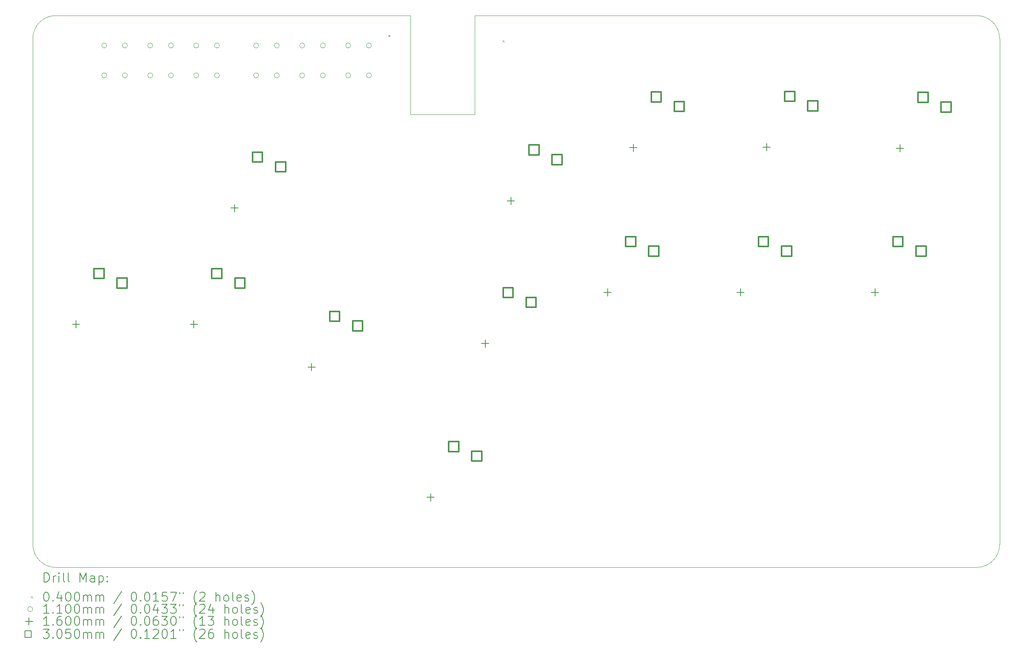
<source format=gbr>
%TF.GenerationSoftware,KiCad,Pcbnew,7.0.1*%
%TF.CreationDate,2023-09-07T11:56:12+03:00*%
%TF.ProjectId,Flatbox-Dual,466c6174-626f-4782-9d44-75616c2e6b69,rev?*%
%TF.SameCoordinates,Original*%
%TF.FileFunction,Drillmap*%
%TF.FilePolarity,Positive*%
%FSLAX45Y45*%
G04 Gerber Fmt 4.5, Leading zero omitted, Abs format (unit mm)*
G04 Created by KiCad (PCBNEW 7.0.1) date 2023-09-07 11:56:12*
%MOMM*%
%LPD*%
G01*
G04 APERTURE LIST*
%ADD10C,0.050000*%
%ADD11C,0.200000*%
%ADD12C,0.040000*%
%ADD13C,0.110000*%
%ADD14C,0.160000*%
%ADD15C,0.305000*%
G04 APERTURE END LIST*
D10*
X25000000Y-3500000D02*
X25000000Y-14500000D01*
X24500000Y-15000000D02*
X4500000Y-15000000D01*
X4000000Y-14500000D02*
X4000000Y-3500000D01*
X4500000Y-3000000D02*
X12200000Y-3000000D01*
X13600000Y-3000000D02*
X24500000Y-3000000D01*
X12200000Y-3000000D02*
X12200000Y-5150000D01*
X4500000Y-3000000D02*
G75*
G03*
X4000000Y-3500000I0J-500000D01*
G01*
X13600000Y-5150000D02*
X13600000Y-3000000D01*
X4000000Y-14500000D02*
G75*
G03*
X4500000Y-15000000I500000J0D01*
G01*
X24500000Y-15000000D02*
G75*
G03*
X25000000Y-14500000I0J500000D01*
G01*
X25000000Y-3500000D02*
G75*
G03*
X24500000Y-3000000I-500000J0D01*
G01*
X12200000Y-5150000D02*
X13600000Y-5150000D01*
D11*
D12*
X11720000Y-3420000D02*
X11760000Y-3460000D01*
X11760000Y-3420000D02*
X11720000Y-3460000D01*
X14204000Y-3536000D02*
X14244000Y-3576000D01*
X14244000Y-3536000D02*
X14204000Y-3576000D01*
D13*
X5605000Y-3650000D02*
G75*
G03*
X5605000Y-3650000I-55000J0D01*
G01*
X5605000Y-4300000D02*
G75*
G03*
X5605000Y-4300000I-55000J0D01*
G01*
X6055000Y-3650000D02*
G75*
G03*
X6055000Y-3650000I-55000J0D01*
G01*
X6055000Y-4300000D02*
G75*
G03*
X6055000Y-4300000I-55000J0D01*
G01*
X6605000Y-3650000D02*
G75*
G03*
X6605000Y-3650000I-55000J0D01*
G01*
X6605000Y-4300000D02*
G75*
G03*
X6605000Y-4300000I-55000J0D01*
G01*
X7055000Y-3650000D02*
G75*
G03*
X7055000Y-3650000I-55000J0D01*
G01*
X7055000Y-4300000D02*
G75*
G03*
X7055000Y-4300000I-55000J0D01*
G01*
X7605000Y-3650000D02*
G75*
G03*
X7605000Y-3650000I-55000J0D01*
G01*
X7605000Y-4300000D02*
G75*
G03*
X7605000Y-4300000I-55000J0D01*
G01*
X8055000Y-3650000D02*
G75*
G03*
X8055000Y-3650000I-55000J0D01*
G01*
X8055000Y-4300000D02*
G75*
G03*
X8055000Y-4300000I-55000J0D01*
G01*
X8905000Y-3650000D02*
G75*
G03*
X8905000Y-3650000I-55000J0D01*
G01*
X8905000Y-4300000D02*
G75*
G03*
X8905000Y-4300000I-55000J0D01*
G01*
X9355000Y-3650000D02*
G75*
G03*
X9355000Y-3650000I-55000J0D01*
G01*
X9355000Y-4300000D02*
G75*
G03*
X9355000Y-4300000I-55000J0D01*
G01*
X9905000Y-3650000D02*
G75*
G03*
X9905000Y-3650000I-55000J0D01*
G01*
X9905000Y-4300000D02*
G75*
G03*
X9905000Y-4300000I-55000J0D01*
G01*
X10355000Y-3650000D02*
G75*
G03*
X10355000Y-3650000I-55000J0D01*
G01*
X10355000Y-4300000D02*
G75*
G03*
X10355000Y-4300000I-55000J0D01*
G01*
X10905000Y-3650000D02*
G75*
G03*
X10905000Y-3650000I-55000J0D01*
G01*
X10905000Y-4300000D02*
G75*
G03*
X10905000Y-4300000I-55000J0D01*
G01*
X11355000Y-3650000D02*
G75*
G03*
X11355000Y-3650000I-55000J0D01*
G01*
X11355000Y-4300000D02*
G75*
G03*
X11355000Y-4300000I-55000J0D01*
G01*
D14*
X4938512Y-9633315D02*
X4938512Y-9793315D01*
X4858512Y-9713315D02*
X5018512Y-9713315D01*
X7496535Y-9633315D02*
X7496535Y-9793315D01*
X7416535Y-9713315D02*
X7576535Y-9713315D01*
X8381169Y-7104889D02*
X8381169Y-7264889D01*
X8301169Y-7184889D02*
X8461169Y-7184889D01*
X10055149Y-10564307D02*
X10055149Y-10724307D01*
X9975149Y-10644307D02*
X10135149Y-10644307D01*
X12642000Y-13397000D02*
X12642000Y-13557000D01*
X12562000Y-13477000D02*
X12722000Y-13477000D01*
X13825000Y-10050000D02*
X13825000Y-10210000D01*
X13745000Y-10130000D02*
X13905000Y-10130000D01*
X14386000Y-6946000D02*
X14386000Y-7106000D01*
X14306000Y-7026000D02*
X14466000Y-7026000D01*
X16486000Y-8939000D02*
X16486000Y-9099000D01*
X16406000Y-9019000D02*
X16566000Y-9019000D01*
X17042000Y-5793000D02*
X17042000Y-5953000D01*
X16962000Y-5873000D02*
X17122000Y-5873000D01*
X19371000Y-8939000D02*
X19371000Y-9099000D01*
X19291000Y-9019000D02*
X19451000Y-9019000D01*
X19939000Y-5781000D02*
X19939000Y-5941000D01*
X19859000Y-5861000D02*
X20019000Y-5861000D01*
X22292000Y-8939000D02*
X22292000Y-9099000D01*
X22212000Y-9019000D02*
X22372000Y-9019000D01*
X22836000Y-5805000D02*
X22836000Y-5965000D01*
X22756000Y-5885000D02*
X22916000Y-5885000D01*
D15*
X5546347Y-8716150D02*
X5546347Y-8500480D01*
X5330677Y-8500480D01*
X5330677Y-8716150D01*
X5546347Y-8716150D01*
X6046347Y-8926150D02*
X6046347Y-8710480D01*
X5830677Y-8710480D01*
X5830677Y-8926150D01*
X6046347Y-8926150D01*
X8104370Y-8716150D02*
X8104370Y-8500480D01*
X7888700Y-8500480D01*
X7888700Y-8716150D01*
X8104370Y-8716150D01*
X8604370Y-8926150D02*
X8604370Y-8710480D01*
X8388700Y-8710480D01*
X8388700Y-8926150D01*
X8604370Y-8926150D01*
X8989004Y-6187724D02*
X8989004Y-5972054D01*
X8773334Y-5972054D01*
X8773334Y-6187724D01*
X8989004Y-6187724D01*
X9489004Y-6397724D02*
X9489004Y-6182054D01*
X9273334Y-6182054D01*
X9273334Y-6397724D01*
X9489004Y-6397724D01*
X10662984Y-9647142D02*
X10662984Y-9431472D01*
X10447314Y-9431472D01*
X10447314Y-9647142D01*
X10662984Y-9647142D01*
X11162984Y-9857142D02*
X11162984Y-9641472D01*
X10947314Y-9641472D01*
X10947314Y-9857142D01*
X11162984Y-9857142D01*
X13249835Y-12479835D02*
X13249835Y-12264165D01*
X13034165Y-12264165D01*
X13034165Y-12479835D01*
X13249835Y-12479835D01*
X13749835Y-12689835D02*
X13749835Y-12474165D01*
X13534165Y-12474165D01*
X13534165Y-12689835D01*
X13749835Y-12689835D01*
X14432835Y-9132835D02*
X14432835Y-8917165D01*
X14217165Y-8917165D01*
X14217165Y-9132835D01*
X14432835Y-9132835D01*
X14932835Y-9342835D02*
X14932835Y-9127165D01*
X14717165Y-9127165D01*
X14717165Y-9342835D01*
X14932835Y-9342835D01*
X14993835Y-6028835D02*
X14993835Y-5813165D01*
X14778165Y-5813165D01*
X14778165Y-6028835D01*
X14993835Y-6028835D01*
X15493835Y-6238835D02*
X15493835Y-6023165D01*
X15278165Y-6023165D01*
X15278165Y-6238835D01*
X15493835Y-6238835D01*
X17093835Y-8021835D02*
X17093835Y-7806165D01*
X16878165Y-7806165D01*
X16878165Y-8021835D01*
X17093835Y-8021835D01*
X17593835Y-8231835D02*
X17593835Y-8016165D01*
X17378165Y-8016165D01*
X17378165Y-8231835D01*
X17593835Y-8231835D01*
X17649835Y-4875835D02*
X17649835Y-4660165D01*
X17434165Y-4660165D01*
X17434165Y-4875835D01*
X17649835Y-4875835D01*
X18149835Y-5085835D02*
X18149835Y-4870165D01*
X17934165Y-4870165D01*
X17934165Y-5085835D01*
X18149835Y-5085835D01*
X19978835Y-8021835D02*
X19978835Y-7806165D01*
X19763165Y-7806165D01*
X19763165Y-8021835D01*
X19978835Y-8021835D01*
X20478835Y-8231835D02*
X20478835Y-8016165D01*
X20263165Y-8016165D01*
X20263165Y-8231835D01*
X20478835Y-8231835D01*
X20546835Y-4863835D02*
X20546835Y-4648165D01*
X20331165Y-4648165D01*
X20331165Y-4863835D01*
X20546835Y-4863835D01*
X21046835Y-5073835D02*
X21046835Y-4858165D01*
X20831165Y-4858165D01*
X20831165Y-5073835D01*
X21046835Y-5073835D01*
X22899835Y-8021835D02*
X22899835Y-7806165D01*
X22684165Y-7806165D01*
X22684165Y-8021835D01*
X22899835Y-8021835D01*
X23399835Y-8231835D02*
X23399835Y-8016165D01*
X23184165Y-8016165D01*
X23184165Y-8231835D01*
X23399835Y-8231835D01*
X23443835Y-4887835D02*
X23443835Y-4672165D01*
X23228165Y-4672165D01*
X23228165Y-4887835D01*
X23443835Y-4887835D01*
X23943835Y-5097835D02*
X23943835Y-4882165D01*
X23728165Y-4882165D01*
X23728165Y-5097835D01*
X23943835Y-5097835D01*
D11*
X4245119Y-15315024D02*
X4245119Y-15115024D01*
X4245119Y-15115024D02*
X4292738Y-15115024D01*
X4292738Y-15115024D02*
X4321310Y-15124548D01*
X4321310Y-15124548D02*
X4340357Y-15143595D01*
X4340357Y-15143595D02*
X4349881Y-15162643D01*
X4349881Y-15162643D02*
X4359405Y-15200738D01*
X4359405Y-15200738D02*
X4359405Y-15229309D01*
X4359405Y-15229309D02*
X4349881Y-15267405D01*
X4349881Y-15267405D02*
X4340357Y-15286452D01*
X4340357Y-15286452D02*
X4321310Y-15305500D01*
X4321310Y-15305500D02*
X4292738Y-15315024D01*
X4292738Y-15315024D02*
X4245119Y-15315024D01*
X4445119Y-15315024D02*
X4445119Y-15181690D01*
X4445119Y-15219786D02*
X4454643Y-15200738D01*
X4454643Y-15200738D02*
X4464167Y-15191214D01*
X4464167Y-15191214D02*
X4483214Y-15181690D01*
X4483214Y-15181690D02*
X4502262Y-15181690D01*
X4568929Y-15315024D02*
X4568929Y-15181690D01*
X4568929Y-15115024D02*
X4559405Y-15124548D01*
X4559405Y-15124548D02*
X4568929Y-15134071D01*
X4568929Y-15134071D02*
X4578452Y-15124548D01*
X4578452Y-15124548D02*
X4568929Y-15115024D01*
X4568929Y-15115024D02*
X4568929Y-15134071D01*
X4692738Y-15315024D02*
X4673690Y-15305500D01*
X4673690Y-15305500D02*
X4664167Y-15286452D01*
X4664167Y-15286452D02*
X4664167Y-15115024D01*
X4797500Y-15315024D02*
X4778452Y-15305500D01*
X4778452Y-15305500D02*
X4768929Y-15286452D01*
X4768929Y-15286452D02*
X4768929Y-15115024D01*
X5026071Y-15315024D02*
X5026071Y-15115024D01*
X5026071Y-15115024D02*
X5092738Y-15257881D01*
X5092738Y-15257881D02*
X5159405Y-15115024D01*
X5159405Y-15115024D02*
X5159405Y-15315024D01*
X5340357Y-15315024D02*
X5340357Y-15210262D01*
X5340357Y-15210262D02*
X5330833Y-15191214D01*
X5330833Y-15191214D02*
X5311786Y-15181690D01*
X5311786Y-15181690D02*
X5273690Y-15181690D01*
X5273690Y-15181690D02*
X5254643Y-15191214D01*
X5340357Y-15305500D02*
X5321310Y-15315024D01*
X5321310Y-15315024D02*
X5273690Y-15315024D01*
X5273690Y-15315024D02*
X5254643Y-15305500D01*
X5254643Y-15305500D02*
X5245119Y-15286452D01*
X5245119Y-15286452D02*
X5245119Y-15267405D01*
X5245119Y-15267405D02*
X5254643Y-15248357D01*
X5254643Y-15248357D02*
X5273690Y-15238833D01*
X5273690Y-15238833D02*
X5321310Y-15238833D01*
X5321310Y-15238833D02*
X5340357Y-15229309D01*
X5435595Y-15181690D02*
X5435595Y-15381690D01*
X5435595Y-15191214D02*
X5454643Y-15181690D01*
X5454643Y-15181690D02*
X5492738Y-15181690D01*
X5492738Y-15181690D02*
X5511786Y-15191214D01*
X5511786Y-15191214D02*
X5521310Y-15200738D01*
X5521310Y-15200738D02*
X5530833Y-15219786D01*
X5530833Y-15219786D02*
X5530833Y-15276928D01*
X5530833Y-15276928D02*
X5521310Y-15295976D01*
X5521310Y-15295976D02*
X5511786Y-15305500D01*
X5511786Y-15305500D02*
X5492738Y-15315024D01*
X5492738Y-15315024D02*
X5454643Y-15315024D01*
X5454643Y-15315024D02*
X5435595Y-15305500D01*
X5616548Y-15295976D02*
X5626071Y-15305500D01*
X5626071Y-15305500D02*
X5616548Y-15315024D01*
X5616548Y-15315024D02*
X5607024Y-15305500D01*
X5607024Y-15305500D02*
X5616548Y-15295976D01*
X5616548Y-15295976D02*
X5616548Y-15315024D01*
X5616548Y-15191214D02*
X5626071Y-15200738D01*
X5626071Y-15200738D02*
X5616548Y-15210262D01*
X5616548Y-15210262D02*
X5607024Y-15200738D01*
X5607024Y-15200738D02*
X5616548Y-15191214D01*
X5616548Y-15191214D02*
X5616548Y-15210262D01*
D12*
X3957500Y-15622500D02*
X3997500Y-15662500D01*
X3997500Y-15622500D02*
X3957500Y-15662500D01*
D11*
X4283214Y-15535024D02*
X4302262Y-15535024D01*
X4302262Y-15535024D02*
X4321310Y-15544548D01*
X4321310Y-15544548D02*
X4330833Y-15554071D01*
X4330833Y-15554071D02*
X4340357Y-15573119D01*
X4340357Y-15573119D02*
X4349881Y-15611214D01*
X4349881Y-15611214D02*
X4349881Y-15658833D01*
X4349881Y-15658833D02*
X4340357Y-15696928D01*
X4340357Y-15696928D02*
X4330833Y-15715976D01*
X4330833Y-15715976D02*
X4321310Y-15725500D01*
X4321310Y-15725500D02*
X4302262Y-15735024D01*
X4302262Y-15735024D02*
X4283214Y-15735024D01*
X4283214Y-15735024D02*
X4264167Y-15725500D01*
X4264167Y-15725500D02*
X4254643Y-15715976D01*
X4254643Y-15715976D02*
X4245119Y-15696928D01*
X4245119Y-15696928D02*
X4235595Y-15658833D01*
X4235595Y-15658833D02*
X4235595Y-15611214D01*
X4235595Y-15611214D02*
X4245119Y-15573119D01*
X4245119Y-15573119D02*
X4254643Y-15554071D01*
X4254643Y-15554071D02*
X4264167Y-15544548D01*
X4264167Y-15544548D02*
X4283214Y-15535024D01*
X4435595Y-15715976D02*
X4445119Y-15725500D01*
X4445119Y-15725500D02*
X4435595Y-15735024D01*
X4435595Y-15735024D02*
X4426071Y-15725500D01*
X4426071Y-15725500D02*
X4435595Y-15715976D01*
X4435595Y-15715976D02*
X4435595Y-15735024D01*
X4616548Y-15601690D02*
X4616548Y-15735024D01*
X4568929Y-15525500D02*
X4521310Y-15668357D01*
X4521310Y-15668357D02*
X4645119Y-15668357D01*
X4759405Y-15535024D02*
X4778452Y-15535024D01*
X4778452Y-15535024D02*
X4797500Y-15544548D01*
X4797500Y-15544548D02*
X4807024Y-15554071D01*
X4807024Y-15554071D02*
X4816548Y-15573119D01*
X4816548Y-15573119D02*
X4826071Y-15611214D01*
X4826071Y-15611214D02*
X4826071Y-15658833D01*
X4826071Y-15658833D02*
X4816548Y-15696928D01*
X4816548Y-15696928D02*
X4807024Y-15715976D01*
X4807024Y-15715976D02*
X4797500Y-15725500D01*
X4797500Y-15725500D02*
X4778452Y-15735024D01*
X4778452Y-15735024D02*
X4759405Y-15735024D01*
X4759405Y-15735024D02*
X4740357Y-15725500D01*
X4740357Y-15725500D02*
X4730833Y-15715976D01*
X4730833Y-15715976D02*
X4721310Y-15696928D01*
X4721310Y-15696928D02*
X4711786Y-15658833D01*
X4711786Y-15658833D02*
X4711786Y-15611214D01*
X4711786Y-15611214D02*
X4721310Y-15573119D01*
X4721310Y-15573119D02*
X4730833Y-15554071D01*
X4730833Y-15554071D02*
X4740357Y-15544548D01*
X4740357Y-15544548D02*
X4759405Y-15535024D01*
X4949881Y-15535024D02*
X4968929Y-15535024D01*
X4968929Y-15535024D02*
X4987976Y-15544548D01*
X4987976Y-15544548D02*
X4997500Y-15554071D01*
X4997500Y-15554071D02*
X5007024Y-15573119D01*
X5007024Y-15573119D02*
X5016548Y-15611214D01*
X5016548Y-15611214D02*
X5016548Y-15658833D01*
X5016548Y-15658833D02*
X5007024Y-15696928D01*
X5007024Y-15696928D02*
X4997500Y-15715976D01*
X4997500Y-15715976D02*
X4987976Y-15725500D01*
X4987976Y-15725500D02*
X4968929Y-15735024D01*
X4968929Y-15735024D02*
X4949881Y-15735024D01*
X4949881Y-15735024D02*
X4930833Y-15725500D01*
X4930833Y-15725500D02*
X4921310Y-15715976D01*
X4921310Y-15715976D02*
X4911786Y-15696928D01*
X4911786Y-15696928D02*
X4902262Y-15658833D01*
X4902262Y-15658833D02*
X4902262Y-15611214D01*
X4902262Y-15611214D02*
X4911786Y-15573119D01*
X4911786Y-15573119D02*
X4921310Y-15554071D01*
X4921310Y-15554071D02*
X4930833Y-15544548D01*
X4930833Y-15544548D02*
X4949881Y-15535024D01*
X5102262Y-15735024D02*
X5102262Y-15601690D01*
X5102262Y-15620738D02*
X5111786Y-15611214D01*
X5111786Y-15611214D02*
X5130833Y-15601690D01*
X5130833Y-15601690D02*
X5159405Y-15601690D01*
X5159405Y-15601690D02*
X5178452Y-15611214D01*
X5178452Y-15611214D02*
X5187976Y-15630262D01*
X5187976Y-15630262D02*
X5187976Y-15735024D01*
X5187976Y-15630262D02*
X5197500Y-15611214D01*
X5197500Y-15611214D02*
X5216548Y-15601690D01*
X5216548Y-15601690D02*
X5245119Y-15601690D01*
X5245119Y-15601690D02*
X5264167Y-15611214D01*
X5264167Y-15611214D02*
X5273691Y-15630262D01*
X5273691Y-15630262D02*
X5273691Y-15735024D01*
X5368929Y-15735024D02*
X5368929Y-15601690D01*
X5368929Y-15620738D02*
X5378452Y-15611214D01*
X5378452Y-15611214D02*
X5397500Y-15601690D01*
X5397500Y-15601690D02*
X5426072Y-15601690D01*
X5426072Y-15601690D02*
X5445119Y-15611214D01*
X5445119Y-15611214D02*
X5454643Y-15630262D01*
X5454643Y-15630262D02*
X5454643Y-15735024D01*
X5454643Y-15630262D02*
X5464167Y-15611214D01*
X5464167Y-15611214D02*
X5483214Y-15601690D01*
X5483214Y-15601690D02*
X5511786Y-15601690D01*
X5511786Y-15601690D02*
X5530833Y-15611214D01*
X5530833Y-15611214D02*
X5540357Y-15630262D01*
X5540357Y-15630262D02*
X5540357Y-15735024D01*
X5930833Y-15525500D02*
X5759405Y-15782643D01*
X6187976Y-15535024D02*
X6207024Y-15535024D01*
X6207024Y-15535024D02*
X6226072Y-15544548D01*
X6226072Y-15544548D02*
X6235595Y-15554071D01*
X6235595Y-15554071D02*
X6245119Y-15573119D01*
X6245119Y-15573119D02*
X6254643Y-15611214D01*
X6254643Y-15611214D02*
X6254643Y-15658833D01*
X6254643Y-15658833D02*
X6245119Y-15696928D01*
X6245119Y-15696928D02*
X6235595Y-15715976D01*
X6235595Y-15715976D02*
X6226072Y-15725500D01*
X6226072Y-15725500D02*
X6207024Y-15735024D01*
X6207024Y-15735024D02*
X6187976Y-15735024D01*
X6187976Y-15735024D02*
X6168929Y-15725500D01*
X6168929Y-15725500D02*
X6159405Y-15715976D01*
X6159405Y-15715976D02*
X6149881Y-15696928D01*
X6149881Y-15696928D02*
X6140357Y-15658833D01*
X6140357Y-15658833D02*
X6140357Y-15611214D01*
X6140357Y-15611214D02*
X6149881Y-15573119D01*
X6149881Y-15573119D02*
X6159405Y-15554071D01*
X6159405Y-15554071D02*
X6168929Y-15544548D01*
X6168929Y-15544548D02*
X6187976Y-15535024D01*
X6340357Y-15715976D02*
X6349881Y-15725500D01*
X6349881Y-15725500D02*
X6340357Y-15735024D01*
X6340357Y-15735024D02*
X6330833Y-15725500D01*
X6330833Y-15725500D02*
X6340357Y-15715976D01*
X6340357Y-15715976D02*
X6340357Y-15735024D01*
X6473691Y-15535024D02*
X6492738Y-15535024D01*
X6492738Y-15535024D02*
X6511786Y-15544548D01*
X6511786Y-15544548D02*
X6521310Y-15554071D01*
X6521310Y-15554071D02*
X6530833Y-15573119D01*
X6530833Y-15573119D02*
X6540357Y-15611214D01*
X6540357Y-15611214D02*
X6540357Y-15658833D01*
X6540357Y-15658833D02*
X6530833Y-15696928D01*
X6530833Y-15696928D02*
X6521310Y-15715976D01*
X6521310Y-15715976D02*
X6511786Y-15725500D01*
X6511786Y-15725500D02*
X6492738Y-15735024D01*
X6492738Y-15735024D02*
X6473691Y-15735024D01*
X6473691Y-15735024D02*
X6454643Y-15725500D01*
X6454643Y-15725500D02*
X6445119Y-15715976D01*
X6445119Y-15715976D02*
X6435595Y-15696928D01*
X6435595Y-15696928D02*
X6426072Y-15658833D01*
X6426072Y-15658833D02*
X6426072Y-15611214D01*
X6426072Y-15611214D02*
X6435595Y-15573119D01*
X6435595Y-15573119D02*
X6445119Y-15554071D01*
X6445119Y-15554071D02*
X6454643Y-15544548D01*
X6454643Y-15544548D02*
X6473691Y-15535024D01*
X6730833Y-15735024D02*
X6616548Y-15735024D01*
X6673691Y-15735024D02*
X6673691Y-15535024D01*
X6673691Y-15535024D02*
X6654643Y-15563595D01*
X6654643Y-15563595D02*
X6635595Y-15582643D01*
X6635595Y-15582643D02*
X6616548Y-15592167D01*
X6911786Y-15535024D02*
X6816548Y-15535024D01*
X6816548Y-15535024D02*
X6807024Y-15630262D01*
X6807024Y-15630262D02*
X6816548Y-15620738D01*
X6816548Y-15620738D02*
X6835595Y-15611214D01*
X6835595Y-15611214D02*
X6883214Y-15611214D01*
X6883214Y-15611214D02*
X6902262Y-15620738D01*
X6902262Y-15620738D02*
X6911786Y-15630262D01*
X6911786Y-15630262D02*
X6921310Y-15649309D01*
X6921310Y-15649309D02*
X6921310Y-15696928D01*
X6921310Y-15696928D02*
X6911786Y-15715976D01*
X6911786Y-15715976D02*
X6902262Y-15725500D01*
X6902262Y-15725500D02*
X6883214Y-15735024D01*
X6883214Y-15735024D02*
X6835595Y-15735024D01*
X6835595Y-15735024D02*
X6816548Y-15725500D01*
X6816548Y-15725500D02*
X6807024Y-15715976D01*
X6987976Y-15535024D02*
X7121310Y-15535024D01*
X7121310Y-15535024D02*
X7035595Y-15735024D01*
X7187976Y-15535024D02*
X7187976Y-15573119D01*
X7264167Y-15535024D02*
X7264167Y-15573119D01*
X7559405Y-15811214D02*
X7549881Y-15801690D01*
X7549881Y-15801690D02*
X7530834Y-15773119D01*
X7530834Y-15773119D02*
X7521310Y-15754071D01*
X7521310Y-15754071D02*
X7511786Y-15725500D01*
X7511786Y-15725500D02*
X7502262Y-15677881D01*
X7502262Y-15677881D02*
X7502262Y-15639786D01*
X7502262Y-15639786D02*
X7511786Y-15592167D01*
X7511786Y-15592167D02*
X7521310Y-15563595D01*
X7521310Y-15563595D02*
X7530834Y-15544548D01*
X7530834Y-15544548D02*
X7549881Y-15515976D01*
X7549881Y-15515976D02*
X7559405Y-15506452D01*
X7626072Y-15554071D02*
X7635595Y-15544548D01*
X7635595Y-15544548D02*
X7654643Y-15535024D01*
X7654643Y-15535024D02*
X7702262Y-15535024D01*
X7702262Y-15535024D02*
X7721310Y-15544548D01*
X7721310Y-15544548D02*
X7730834Y-15554071D01*
X7730834Y-15554071D02*
X7740357Y-15573119D01*
X7740357Y-15573119D02*
X7740357Y-15592167D01*
X7740357Y-15592167D02*
X7730834Y-15620738D01*
X7730834Y-15620738D02*
X7616548Y-15735024D01*
X7616548Y-15735024D02*
X7740357Y-15735024D01*
X7978453Y-15735024D02*
X7978453Y-15535024D01*
X8064167Y-15735024D02*
X8064167Y-15630262D01*
X8064167Y-15630262D02*
X8054643Y-15611214D01*
X8054643Y-15611214D02*
X8035596Y-15601690D01*
X8035596Y-15601690D02*
X8007024Y-15601690D01*
X8007024Y-15601690D02*
X7987976Y-15611214D01*
X7987976Y-15611214D02*
X7978453Y-15620738D01*
X8187976Y-15735024D02*
X8168929Y-15725500D01*
X8168929Y-15725500D02*
X8159405Y-15715976D01*
X8159405Y-15715976D02*
X8149881Y-15696928D01*
X8149881Y-15696928D02*
X8149881Y-15639786D01*
X8149881Y-15639786D02*
X8159405Y-15620738D01*
X8159405Y-15620738D02*
X8168929Y-15611214D01*
X8168929Y-15611214D02*
X8187976Y-15601690D01*
X8187976Y-15601690D02*
X8216548Y-15601690D01*
X8216548Y-15601690D02*
X8235596Y-15611214D01*
X8235596Y-15611214D02*
X8245119Y-15620738D01*
X8245119Y-15620738D02*
X8254643Y-15639786D01*
X8254643Y-15639786D02*
X8254643Y-15696928D01*
X8254643Y-15696928D02*
X8245119Y-15715976D01*
X8245119Y-15715976D02*
X8235596Y-15725500D01*
X8235596Y-15725500D02*
X8216548Y-15735024D01*
X8216548Y-15735024D02*
X8187976Y-15735024D01*
X8368929Y-15735024D02*
X8349881Y-15725500D01*
X8349881Y-15725500D02*
X8340357Y-15706452D01*
X8340357Y-15706452D02*
X8340357Y-15535024D01*
X8521310Y-15725500D02*
X8502262Y-15735024D01*
X8502262Y-15735024D02*
X8464167Y-15735024D01*
X8464167Y-15735024D02*
X8445119Y-15725500D01*
X8445119Y-15725500D02*
X8435596Y-15706452D01*
X8435596Y-15706452D02*
X8435596Y-15630262D01*
X8435596Y-15630262D02*
X8445119Y-15611214D01*
X8445119Y-15611214D02*
X8464167Y-15601690D01*
X8464167Y-15601690D02*
X8502262Y-15601690D01*
X8502262Y-15601690D02*
X8521310Y-15611214D01*
X8521310Y-15611214D02*
X8530834Y-15630262D01*
X8530834Y-15630262D02*
X8530834Y-15649309D01*
X8530834Y-15649309D02*
X8435596Y-15668357D01*
X8607024Y-15725500D02*
X8626072Y-15735024D01*
X8626072Y-15735024D02*
X8664167Y-15735024D01*
X8664167Y-15735024D02*
X8683215Y-15725500D01*
X8683215Y-15725500D02*
X8692739Y-15706452D01*
X8692739Y-15706452D02*
X8692739Y-15696928D01*
X8692739Y-15696928D02*
X8683215Y-15677881D01*
X8683215Y-15677881D02*
X8664167Y-15668357D01*
X8664167Y-15668357D02*
X8635596Y-15668357D01*
X8635596Y-15668357D02*
X8616548Y-15658833D01*
X8616548Y-15658833D02*
X8607024Y-15639786D01*
X8607024Y-15639786D02*
X8607024Y-15630262D01*
X8607024Y-15630262D02*
X8616548Y-15611214D01*
X8616548Y-15611214D02*
X8635596Y-15601690D01*
X8635596Y-15601690D02*
X8664167Y-15601690D01*
X8664167Y-15601690D02*
X8683215Y-15611214D01*
X8759405Y-15811214D02*
X8768929Y-15801690D01*
X8768929Y-15801690D02*
X8787977Y-15773119D01*
X8787977Y-15773119D02*
X8797500Y-15754071D01*
X8797500Y-15754071D02*
X8807024Y-15725500D01*
X8807024Y-15725500D02*
X8816548Y-15677881D01*
X8816548Y-15677881D02*
X8816548Y-15639786D01*
X8816548Y-15639786D02*
X8807024Y-15592167D01*
X8807024Y-15592167D02*
X8797500Y-15563595D01*
X8797500Y-15563595D02*
X8787977Y-15544548D01*
X8787977Y-15544548D02*
X8768929Y-15515976D01*
X8768929Y-15515976D02*
X8759405Y-15506452D01*
D13*
X3997500Y-15906500D02*
G75*
G03*
X3997500Y-15906500I-55000J0D01*
G01*
D11*
X4349881Y-15999024D02*
X4235595Y-15999024D01*
X4292738Y-15999024D02*
X4292738Y-15799024D01*
X4292738Y-15799024D02*
X4273690Y-15827595D01*
X4273690Y-15827595D02*
X4254643Y-15846643D01*
X4254643Y-15846643D02*
X4235595Y-15856167D01*
X4435595Y-15979976D02*
X4445119Y-15989500D01*
X4445119Y-15989500D02*
X4435595Y-15999024D01*
X4435595Y-15999024D02*
X4426071Y-15989500D01*
X4426071Y-15989500D02*
X4435595Y-15979976D01*
X4435595Y-15979976D02*
X4435595Y-15999024D01*
X4635595Y-15999024D02*
X4521310Y-15999024D01*
X4578452Y-15999024D02*
X4578452Y-15799024D01*
X4578452Y-15799024D02*
X4559405Y-15827595D01*
X4559405Y-15827595D02*
X4540357Y-15846643D01*
X4540357Y-15846643D02*
X4521310Y-15856167D01*
X4759405Y-15799024D02*
X4778452Y-15799024D01*
X4778452Y-15799024D02*
X4797500Y-15808548D01*
X4797500Y-15808548D02*
X4807024Y-15818071D01*
X4807024Y-15818071D02*
X4816548Y-15837119D01*
X4816548Y-15837119D02*
X4826071Y-15875214D01*
X4826071Y-15875214D02*
X4826071Y-15922833D01*
X4826071Y-15922833D02*
X4816548Y-15960928D01*
X4816548Y-15960928D02*
X4807024Y-15979976D01*
X4807024Y-15979976D02*
X4797500Y-15989500D01*
X4797500Y-15989500D02*
X4778452Y-15999024D01*
X4778452Y-15999024D02*
X4759405Y-15999024D01*
X4759405Y-15999024D02*
X4740357Y-15989500D01*
X4740357Y-15989500D02*
X4730833Y-15979976D01*
X4730833Y-15979976D02*
X4721310Y-15960928D01*
X4721310Y-15960928D02*
X4711786Y-15922833D01*
X4711786Y-15922833D02*
X4711786Y-15875214D01*
X4711786Y-15875214D02*
X4721310Y-15837119D01*
X4721310Y-15837119D02*
X4730833Y-15818071D01*
X4730833Y-15818071D02*
X4740357Y-15808548D01*
X4740357Y-15808548D02*
X4759405Y-15799024D01*
X4949881Y-15799024D02*
X4968929Y-15799024D01*
X4968929Y-15799024D02*
X4987976Y-15808548D01*
X4987976Y-15808548D02*
X4997500Y-15818071D01*
X4997500Y-15818071D02*
X5007024Y-15837119D01*
X5007024Y-15837119D02*
X5016548Y-15875214D01*
X5016548Y-15875214D02*
X5016548Y-15922833D01*
X5016548Y-15922833D02*
X5007024Y-15960928D01*
X5007024Y-15960928D02*
X4997500Y-15979976D01*
X4997500Y-15979976D02*
X4987976Y-15989500D01*
X4987976Y-15989500D02*
X4968929Y-15999024D01*
X4968929Y-15999024D02*
X4949881Y-15999024D01*
X4949881Y-15999024D02*
X4930833Y-15989500D01*
X4930833Y-15989500D02*
X4921310Y-15979976D01*
X4921310Y-15979976D02*
X4911786Y-15960928D01*
X4911786Y-15960928D02*
X4902262Y-15922833D01*
X4902262Y-15922833D02*
X4902262Y-15875214D01*
X4902262Y-15875214D02*
X4911786Y-15837119D01*
X4911786Y-15837119D02*
X4921310Y-15818071D01*
X4921310Y-15818071D02*
X4930833Y-15808548D01*
X4930833Y-15808548D02*
X4949881Y-15799024D01*
X5102262Y-15999024D02*
X5102262Y-15865690D01*
X5102262Y-15884738D02*
X5111786Y-15875214D01*
X5111786Y-15875214D02*
X5130833Y-15865690D01*
X5130833Y-15865690D02*
X5159405Y-15865690D01*
X5159405Y-15865690D02*
X5178452Y-15875214D01*
X5178452Y-15875214D02*
X5187976Y-15894262D01*
X5187976Y-15894262D02*
X5187976Y-15999024D01*
X5187976Y-15894262D02*
X5197500Y-15875214D01*
X5197500Y-15875214D02*
X5216548Y-15865690D01*
X5216548Y-15865690D02*
X5245119Y-15865690D01*
X5245119Y-15865690D02*
X5264167Y-15875214D01*
X5264167Y-15875214D02*
X5273691Y-15894262D01*
X5273691Y-15894262D02*
X5273691Y-15999024D01*
X5368929Y-15999024D02*
X5368929Y-15865690D01*
X5368929Y-15884738D02*
X5378452Y-15875214D01*
X5378452Y-15875214D02*
X5397500Y-15865690D01*
X5397500Y-15865690D02*
X5426072Y-15865690D01*
X5426072Y-15865690D02*
X5445119Y-15875214D01*
X5445119Y-15875214D02*
X5454643Y-15894262D01*
X5454643Y-15894262D02*
X5454643Y-15999024D01*
X5454643Y-15894262D02*
X5464167Y-15875214D01*
X5464167Y-15875214D02*
X5483214Y-15865690D01*
X5483214Y-15865690D02*
X5511786Y-15865690D01*
X5511786Y-15865690D02*
X5530833Y-15875214D01*
X5530833Y-15875214D02*
X5540357Y-15894262D01*
X5540357Y-15894262D02*
X5540357Y-15999024D01*
X5930833Y-15789500D02*
X5759405Y-16046643D01*
X6187976Y-15799024D02*
X6207024Y-15799024D01*
X6207024Y-15799024D02*
X6226072Y-15808548D01*
X6226072Y-15808548D02*
X6235595Y-15818071D01*
X6235595Y-15818071D02*
X6245119Y-15837119D01*
X6245119Y-15837119D02*
X6254643Y-15875214D01*
X6254643Y-15875214D02*
X6254643Y-15922833D01*
X6254643Y-15922833D02*
X6245119Y-15960928D01*
X6245119Y-15960928D02*
X6235595Y-15979976D01*
X6235595Y-15979976D02*
X6226072Y-15989500D01*
X6226072Y-15989500D02*
X6207024Y-15999024D01*
X6207024Y-15999024D02*
X6187976Y-15999024D01*
X6187976Y-15999024D02*
X6168929Y-15989500D01*
X6168929Y-15989500D02*
X6159405Y-15979976D01*
X6159405Y-15979976D02*
X6149881Y-15960928D01*
X6149881Y-15960928D02*
X6140357Y-15922833D01*
X6140357Y-15922833D02*
X6140357Y-15875214D01*
X6140357Y-15875214D02*
X6149881Y-15837119D01*
X6149881Y-15837119D02*
X6159405Y-15818071D01*
X6159405Y-15818071D02*
X6168929Y-15808548D01*
X6168929Y-15808548D02*
X6187976Y-15799024D01*
X6340357Y-15979976D02*
X6349881Y-15989500D01*
X6349881Y-15989500D02*
X6340357Y-15999024D01*
X6340357Y-15999024D02*
X6330833Y-15989500D01*
X6330833Y-15989500D02*
X6340357Y-15979976D01*
X6340357Y-15979976D02*
X6340357Y-15999024D01*
X6473691Y-15799024D02*
X6492738Y-15799024D01*
X6492738Y-15799024D02*
X6511786Y-15808548D01*
X6511786Y-15808548D02*
X6521310Y-15818071D01*
X6521310Y-15818071D02*
X6530833Y-15837119D01*
X6530833Y-15837119D02*
X6540357Y-15875214D01*
X6540357Y-15875214D02*
X6540357Y-15922833D01*
X6540357Y-15922833D02*
X6530833Y-15960928D01*
X6530833Y-15960928D02*
X6521310Y-15979976D01*
X6521310Y-15979976D02*
X6511786Y-15989500D01*
X6511786Y-15989500D02*
X6492738Y-15999024D01*
X6492738Y-15999024D02*
X6473691Y-15999024D01*
X6473691Y-15999024D02*
X6454643Y-15989500D01*
X6454643Y-15989500D02*
X6445119Y-15979976D01*
X6445119Y-15979976D02*
X6435595Y-15960928D01*
X6435595Y-15960928D02*
X6426072Y-15922833D01*
X6426072Y-15922833D02*
X6426072Y-15875214D01*
X6426072Y-15875214D02*
X6435595Y-15837119D01*
X6435595Y-15837119D02*
X6445119Y-15818071D01*
X6445119Y-15818071D02*
X6454643Y-15808548D01*
X6454643Y-15808548D02*
X6473691Y-15799024D01*
X6711786Y-15865690D02*
X6711786Y-15999024D01*
X6664167Y-15789500D02*
X6616548Y-15932357D01*
X6616548Y-15932357D02*
X6740357Y-15932357D01*
X6797500Y-15799024D02*
X6921310Y-15799024D01*
X6921310Y-15799024D02*
X6854643Y-15875214D01*
X6854643Y-15875214D02*
X6883214Y-15875214D01*
X6883214Y-15875214D02*
X6902262Y-15884738D01*
X6902262Y-15884738D02*
X6911786Y-15894262D01*
X6911786Y-15894262D02*
X6921310Y-15913309D01*
X6921310Y-15913309D02*
X6921310Y-15960928D01*
X6921310Y-15960928D02*
X6911786Y-15979976D01*
X6911786Y-15979976D02*
X6902262Y-15989500D01*
X6902262Y-15989500D02*
X6883214Y-15999024D01*
X6883214Y-15999024D02*
X6826072Y-15999024D01*
X6826072Y-15999024D02*
X6807024Y-15989500D01*
X6807024Y-15989500D02*
X6797500Y-15979976D01*
X6987976Y-15799024D02*
X7111786Y-15799024D01*
X7111786Y-15799024D02*
X7045119Y-15875214D01*
X7045119Y-15875214D02*
X7073691Y-15875214D01*
X7073691Y-15875214D02*
X7092738Y-15884738D01*
X7092738Y-15884738D02*
X7102262Y-15894262D01*
X7102262Y-15894262D02*
X7111786Y-15913309D01*
X7111786Y-15913309D02*
X7111786Y-15960928D01*
X7111786Y-15960928D02*
X7102262Y-15979976D01*
X7102262Y-15979976D02*
X7092738Y-15989500D01*
X7092738Y-15989500D02*
X7073691Y-15999024D01*
X7073691Y-15999024D02*
X7016548Y-15999024D01*
X7016548Y-15999024D02*
X6997500Y-15989500D01*
X6997500Y-15989500D02*
X6987976Y-15979976D01*
X7187976Y-15799024D02*
X7187976Y-15837119D01*
X7264167Y-15799024D02*
X7264167Y-15837119D01*
X7559405Y-16075214D02*
X7549881Y-16065690D01*
X7549881Y-16065690D02*
X7530834Y-16037119D01*
X7530834Y-16037119D02*
X7521310Y-16018071D01*
X7521310Y-16018071D02*
X7511786Y-15989500D01*
X7511786Y-15989500D02*
X7502262Y-15941881D01*
X7502262Y-15941881D02*
X7502262Y-15903786D01*
X7502262Y-15903786D02*
X7511786Y-15856167D01*
X7511786Y-15856167D02*
X7521310Y-15827595D01*
X7521310Y-15827595D02*
X7530834Y-15808548D01*
X7530834Y-15808548D02*
X7549881Y-15779976D01*
X7549881Y-15779976D02*
X7559405Y-15770452D01*
X7626072Y-15818071D02*
X7635595Y-15808548D01*
X7635595Y-15808548D02*
X7654643Y-15799024D01*
X7654643Y-15799024D02*
X7702262Y-15799024D01*
X7702262Y-15799024D02*
X7721310Y-15808548D01*
X7721310Y-15808548D02*
X7730834Y-15818071D01*
X7730834Y-15818071D02*
X7740357Y-15837119D01*
X7740357Y-15837119D02*
X7740357Y-15856167D01*
X7740357Y-15856167D02*
X7730834Y-15884738D01*
X7730834Y-15884738D02*
X7616548Y-15999024D01*
X7616548Y-15999024D02*
X7740357Y-15999024D01*
X7911786Y-15865690D02*
X7911786Y-15999024D01*
X7864167Y-15789500D02*
X7816548Y-15932357D01*
X7816548Y-15932357D02*
X7940357Y-15932357D01*
X8168929Y-15999024D02*
X8168929Y-15799024D01*
X8254643Y-15999024D02*
X8254643Y-15894262D01*
X8254643Y-15894262D02*
X8245119Y-15875214D01*
X8245119Y-15875214D02*
X8226072Y-15865690D01*
X8226072Y-15865690D02*
X8197500Y-15865690D01*
X8197500Y-15865690D02*
X8178453Y-15875214D01*
X8178453Y-15875214D02*
X8168929Y-15884738D01*
X8378453Y-15999024D02*
X8359405Y-15989500D01*
X8359405Y-15989500D02*
X8349881Y-15979976D01*
X8349881Y-15979976D02*
X8340357Y-15960928D01*
X8340357Y-15960928D02*
X8340357Y-15903786D01*
X8340357Y-15903786D02*
X8349881Y-15884738D01*
X8349881Y-15884738D02*
X8359405Y-15875214D01*
X8359405Y-15875214D02*
X8378453Y-15865690D01*
X8378453Y-15865690D02*
X8407024Y-15865690D01*
X8407024Y-15865690D02*
X8426072Y-15875214D01*
X8426072Y-15875214D02*
X8435596Y-15884738D01*
X8435596Y-15884738D02*
X8445119Y-15903786D01*
X8445119Y-15903786D02*
X8445119Y-15960928D01*
X8445119Y-15960928D02*
X8435596Y-15979976D01*
X8435596Y-15979976D02*
X8426072Y-15989500D01*
X8426072Y-15989500D02*
X8407024Y-15999024D01*
X8407024Y-15999024D02*
X8378453Y-15999024D01*
X8559405Y-15999024D02*
X8540358Y-15989500D01*
X8540358Y-15989500D02*
X8530834Y-15970452D01*
X8530834Y-15970452D02*
X8530834Y-15799024D01*
X8711786Y-15989500D02*
X8692739Y-15999024D01*
X8692739Y-15999024D02*
X8654643Y-15999024D01*
X8654643Y-15999024D02*
X8635596Y-15989500D01*
X8635596Y-15989500D02*
X8626072Y-15970452D01*
X8626072Y-15970452D02*
X8626072Y-15894262D01*
X8626072Y-15894262D02*
X8635596Y-15875214D01*
X8635596Y-15875214D02*
X8654643Y-15865690D01*
X8654643Y-15865690D02*
X8692739Y-15865690D01*
X8692739Y-15865690D02*
X8711786Y-15875214D01*
X8711786Y-15875214D02*
X8721310Y-15894262D01*
X8721310Y-15894262D02*
X8721310Y-15913309D01*
X8721310Y-15913309D02*
X8626072Y-15932357D01*
X8797500Y-15989500D02*
X8816548Y-15999024D01*
X8816548Y-15999024D02*
X8854643Y-15999024D01*
X8854643Y-15999024D02*
X8873691Y-15989500D01*
X8873691Y-15989500D02*
X8883215Y-15970452D01*
X8883215Y-15970452D02*
X8883215Y-15960928D01*
X8883215Y-15960928D02*
X8873691Y-15941881D01*
X8873691Y-15941881D02*
X8854643Y-15932357D01*
X8854643Y-15932357D02*
X8826072Y-15932357D01*
X8826072Y-15932357D02*
X8807024Y-15922833D01*
X8807024Y-15922833D02*
X8797500Y-15903786D01*
X8797500Y-15903786D02*
X8797500Y-15894262D01*
X8797500Y-15894262D02*
X8807024Y-15875214D01*
X8807024Y-15875214D02*
X8826072Y-15865690D01*
X8826072Y-15865690D02*
X8854643Y-15865690D01*
X8854643Y-15865690D02*
X8873691Y-15875214D01*
X8949881Y-16075214D02*
X8959405Y-16065690D01*
X8959405Y-16065690D02*
X8978453Y-16037119D01*
X8978453Y-16037119D02*
X8987977Y-16018071D01*
X8987977Y-16018071D02*
X8997500Y-15989500D01*
X8997500Y-15989500D02*
X9007024Y-15941881D01*
X9007024Y-15941881D02*
X9007024Y-15903786D01*
X9007024Y-15903786D02*
X8997500Y-15856167D01*
X8997500Y-15856167D02*
X8987977Y-15827595D01*
X8987977Y-15827595D02*
X8978453Y-15808548D01*
X8978453Y-15808548D02*
X8959405Y-15779976D01*
X8959405Y-15779976D02*
X8949881Y-15770452D01*
D14*
X3917500Y-16090500D02*
X3917500Y-16250500D01*
X3837500Y-16170500D02*
X3997500Y-16170500D01*
D11*
X4349881Y-16263024D02*
X4235595Y-16263024D01*
X4292738Y-16263024D02*
X4292738Y-16063024D01*
X4292738Y-16063024D02*
X4273690Y-16091595D01*
X4273690Y-16091595D02*
X4254643Y-16110643D01*
X4254643Y-16110643D02*
X4235595Y-16120167D01*
X4435595Y-16243976D02*
X4445119Y-16253500D01*
X4445119Y-16253500D02*
X4435595Y-16263024D01*
X4435595Y-16263024D02*
X4426071Y-16253500D01*
X4426071Y-16253500D02*
X4435595Y-16243976D01*
X4435595Y-16243976D02*
X4435595Y-16263024D01*
X4616548Y-16063024D02*
X4578452Y-16063024D01*
X4578452Y-16063024D02*
X4559405Y-16072548D01*
X4559405Y-16072548D02*
X4549881Y-16082071D01*
X4549881Y-16082071D02*
X4530833Y-16110643D01*
X4530833Y-16110643D02*
X4521310Y-16148738D01*
X4521310Y-16148738D02*
X4521310Y-16224928D01*
X4521310Y-16224928D02*
X4530833Y-16243976D01*
X4530833Y-16243976D02*
X4540357Y-16253500D01*
X4540357Y-16253500D02*
X4559405Y-16263024D01*
X4559405Y-16263024D02*
X4597500Y-16263024D01*
X4597500Y-16263024D02*
X4616548Y-16253500D01*
X4616548Y-16253500D02*
X4626071Y-16243976D01*
X4626071Y-16243976D02*
X4635595Y-16224928D01*
X4635595Y-16224928D02*
X4635595Y-16177309D01*
X4635595Y-16177309D02*
X4626071Y-16158262D01*
X4626071Y-16158262D02*
X4616548Y-16148738D01*
X4616548Y-16148738D02*
X4597500Y-16139214D01*
X4597500Y-16139214D02*
X4559405Y-16139214D01*
X4559405Y-16139214D02*
X4540357Y-16148738D01*
X4540357Y-16148738D02*
X4530833Y-16158262D01*
X4530833Y-16158262D02*
X4521310Y-16177309D01*
X4759405Y-16063024D02*
X4778452Y-16063024D01*
X4778452Y-16063024D02*
X4797500Y-16072548D01*
X4797500Y-16072548D02*
X4807024Y-16082071D01*
X4807024Y-16082071D02*
X4816548Y-16101119D01*
X4816548Y-16101119D02*
X4826071Y-16139214D01*
X4826071Y-16139214D02*
X4826071Y-16186833D01*
X4826071Y-16186833D02*
X4816548Y-16224928D01*
X4816548Y-16224928D02*
X4807024Y-16243976D01*
X4807024Y-16243976D02*
X4797500Y-16253500D01*
X4797500Y-16253500D02*
X4778452Y-16263024D01*
X4778452Y-16263024D02*
X4759405Y-16263024D01*
X4759405Y-16263024D02*
X4740357Y-16253500D01*
X4740357Y-16253500D02*
X4730833Y-16243976D01*
X4730833Y-16243976D02*
X4721310Y-16224928D01*
X4721310Y-16224928D02*
X4711786Y-16186833D01*
X4711786Y-16186833D02*
X4711786Y-16139214D01*
X4711786Y-16139214D02*
X4721310Y-16101119D01*
X4721310Y-16101119D02*
X4730833Y-16082071D01*
X4730833Y-16082071D02*
X4740357Y-16072548D01*
X4740357Y-16072548D02*
X4759405Y-16063024D01*
X4949881Y-16063024D02*
X4968929Y-16063024D01*
X4968929Y-16063024D02*
X4987976Y-16072548D01*
X4987976Y-16072548D02*
X4997500Y-16082071D01*
X4997500Y-16082071D02*
X5007024Y-16101119D01*
X5007024Y-16101119D02*
X5016548Y-16139214D01*
X5016548Y-16139214D02*
X5016548Y-16186833D01*
X5016548Y-16186833D02*
X5007024Y-16224928D01*
X5007024Y-16224928D02*
X4997500Y-16243976D01*
X4997500Y-16243976D02*
X4987976Y-16253500D01*
X4987976Y-16253500D02*
X4968929Y-16263024D01*
X4968929Y-16263024D02*
X4949881Y-16263024D01*
X4949881Y-16263024D02*
X4930833Y-16253500D01*
X4930833Y-16253500D02*
X4921310Y-16243976D01*
X4921310Y-16243976D02*
X4911786Y-16224928D01*
X4911786Y-16224928D02*
X4902262Y-16186833D01*
X4902262Y-16186833D02*
X4902262Y-16139214D01*
X4902262Y-16139214D02*
X4911786Y-16101119D01*
X4911786Y-16101119D02*
X4921310Y-16082071D01*
X4921310Y-16082071D02*
X4930833Y-16072548D01*
X4930833Y-16072548D02*
X4949881Y-16063024D01*
X5102262Y-16263024D02*
X5102262Y-16129690D01*
X5102262Y-16148738D02*
X5111786Y-16139214D01*
X5111786Y-16139214D02*
X5130833Y-16129690D01*
X5130833Y-16129690D02*
X5159405Y-16129690D01*
X5159405Y-16129690D02*
X5178452Y-16139214D01*
X5178452Y-16139214D02*
X5187976Y-16158262D01*
X5187976Y-16158262D02*
X5187976Y-16263024D01*
X5187976Y-16158262D02*
X5197500Y-16139214D01*
X5197500Y-16139214D02*
X5216548Y-16129690D01*
X5216548Y-16129690D02*
X5245119Y-16129690D01*
X5245119Y-16129690D02*
X5264167Y-16139214D01*
X5264167Y-16139214D02*
X5273691Y-16158262D01*
X5273691Y-16158262D02*
X5273691Y-16263024D01*
X5368929Y-16263024D02*
X5368929Y-16129690D01*
X5368929Y-16148738D02*
X5378452Y-16139214D01*
X5378452Y-16139214D02*
X5397500Y-16129690D01*
X5397500Y-16129690D02*
X5426072Y-16129690D01*
X5426072Y-16129690D02*
X5445119Y-16139214D01*
X5445119Y-16139214D02*
X5454643Y-16158262D01*
X5454643Y-16158262D02*
X5454643Y-16263024D01*
X5454643Y-16158262D02*
X5464167Y-16139214D01*
X5464167Y-16139214D02*
X5483214Y-16129690D01*
X5483214Y-16129690D02*
X5511786Y-16129690D01*
X5511786Y-16129690D02*
X5530833Y-16139214D01*
X5530833Y-16139214D02*
X5540357Y-16158262D01*
X5540357Y-16158262D02*
X5540357Y-16263024D01*
X5930833Y-16053500D02*
X5759405Y-16310643D01*
X6187976Y-16063024D02*
X6207024Y-16063024D01*
X6207024Y-16063024D02*
X6226072Y-16072548D01*
X6226072Y-16072548D02*
X6235595Y-16082071D01*
X6235595Y-16082071D02*
X6245119Y-16101119D01*
X6245119Y-16101119D02*
X6254643Y-16139214D01*
X6254643Y-16139214D02*
X6254643Y-16186833D01*
X6254643Y-16186833D02*
X6245119Y-16224928D01*
X6245119Y-16224928D02*
X6235595Y-16243976D01*
X6235595Y-16243976D02*
X6226072Y-16253500D01*
X6226072Y-16253500D02*
X6207024Y-16263024D01*
X6207024Y-16263024D02*
X6187976Y-16263024D01*
X6187976Y-16263024D02*
X6168929Y-16253500D01*
X6168929Y-16253500D02*
X6159405Y-16243976D01*
X6159405Y-16243976D02*
X6149881Y-16224928D01*
X6149881Y-16224928D02*
X6140357Y-16186833D01*
X6140357Y-16186833D02*
X6140357Y-16139214D01*
X6140357Y-16139214D02*
X6149881Y-16101119D01*
X6149881Y-16101119D02*
X6159405Y-16082071D01*
X6159405Y-16082071D02*
X6168929Y-16072548D01*
X6168929Y-16072548D02*
X6187976Y-16063024D01*
X6340357Y-16243976D02*
X6349881Y-16253500D01*
X6349881Y-16253500D02*
X6340357Y-16263024D01*
X6340357Y-16263024D02*
X6330833Y-16253500D01*
X6330833Y-16253500D02*
X6340357Y-16243976D01*
X6340357Y-16243976D02*
X6340357Y-16263024D01*
X6473691Y-16063024D02*
X6492738Y-16063024D01*
X6492738Y-16063024D02*
X6511786Y-16072548D01*
X6511786Y-16072548D02*
X6521310Y-16082071D01*
X6521310Y-16082071D02*
X6530833Y-16101119D01*
X6530833Y-16101119D02*
X6540357Y-16139214D01*
X6540357Y-16139214D02*
X6540357Y-16186833D01*
X6540357Y-16186833D02*
X6530833Y-16224928D01*
X6530833Y-16224928D02*
X6521310Y-16243976D01*
X6521310Y-16243976D02*
X6511786Y-16253500D01*
X6511786Y-16253500D02*
X6492738Y-16263024D01*
X6492738Y-16263024D02*
X6473691Y-16263024D01*
X6473691Y-16263024D02*
X6454643Y-16253500D01*
X6454643Y-16253500D02*
X6445119Y-16243976D01*
X6445119Y-16243976D02*
X6435595Y-16224928D01*
X6435595Y-16224928D02*
X6426072Y-16186833D01*
X6426072Y-16186833D02*
X6426072Y-16139214D01*
X6426072Y-16139214D02*
X6435595Y-16101119D01*
X6435595Y-16101119D02*
X6445119Y-16082071D01*
X6445119Y-16082071D02*
X6454643Y-16072548D01*
X6454643Y-16072548D02*
X6473691Y-16063024D01*
X6711786Y-16063024D02*
X6673691Y-16063024D01*
X6673691Y-16063024D02*
X6654643Y-16072548D01*
X6654643Y-16072548D02*
X6645119Y-16082071D01*
X6645119Y-16082071D02*
X6626072Y-16110643D01*
X6626072Y-16110643D02*
X6616548Y-16148738D01*
X6616548Y-16148738D02*
X6616548Y-16224928D01*
X6616548Y-16224928D02*
X6626072Y-16243976D01*
X6626072Y-16243976D02*
X6635595Y-16253500D01*
X6635595Y-16253500D02*
X6654643Y-16263024D01*
X6654643Y-16263024D02*
X6692738Y-16263024D01*
X6692738Y-16263024D02*
X6711786Y-16253500D01*
X6711786Y-16253500D02*
X6721310Y-16243976D01*
X6721310Y-16243976D02*
X6730833Y-16224928D01*
X6730833Y-16224928D02*
X6730833Y-16177309D01*
X6730833Y-16177309D02*
X6721310Y-16158262D01*
X6721310Y-16158262D02*
X6711786Y-16148738D01*
X6711786Y-16148738D02*
X6692738Y-16139214D01*
X6692738Y-16139214D02*
X6654643Y-16139214D01*
X6654643Y-16139214D02*
X6635595Y-16148738D01*
X6635595Y-16148738D02*
X6626072Y-16158262D01*
X6626072Y-16158262D02*
X6616548Y-16177309D01*
X6797500Y-16063024D02*
X6921310Y-16063024D01*
X6921310Y-16063024D02*
X6854643Y-16139214D01*
X6854643Y-16139214D02*
X6883214Y-16139214D01*
X6883214Y-16139214D02*
X6902262Y-16148738D01*
X6902262Y-16148738D02*
X6911786Y-16158262D01*
X6911786Y-16158262D02*
X6921310Y-16177309D01*
X6921310Y-16177309D02*
X6921310Y-16224928D01*
X6921310Y-16224928D02*
X6911786Y-16243976D01*
X6911786Y-16243976D02*
X6902262Y-16253500D01*
X6902262Y-16253500D02*
X6883214Y-16263024D01*
X6883214Y-16263024D02*
X6826072Y-16263024D01*
X6826072Y-16263024D02*
X6807024Y-16253500D01*
X6807024Y-16253500D02*
X6797500Y-16243976D01*
X7045119Y-16063024D02*
X7064167Y-16063024D01*
X7064167Y-16063024D02*
X7083214Y-16072548D01*
X7083214Y-16072548D02*
X7092738Y-16082071D01*
X7092738Y-16082071D02*
X7102262Y-16101119D01*
X7102262Y-16101119D02*
X7111786Y-16139214D01*
X7111786Y-16139214D02*
X7111786Y-16186833D01*
X7111786Y-16186833D02*
X7102262Y-16224928D01*
X7102262Y-16224928D02*
X7092738Y-16243976D01*
X7092738Y-16243976D02*
X7083214Y-16253500D01*
X7083214Y-16253500D02*
X7064167Y-16263024D01*
X7064167Y-16263024D02*
X7045119Y-16263024D01*
X7045119Y-16263024D02*
X7026072Y-16253500D01*
X7026072Y-16253500D02*
X7016548Y-16243976D01*
X7016548Y-16243976D02*
X7007024Y-16224928D01*
X7007024Y-16224928D02*
X6997500Y-16186833D01*
X6997500Y-16186833D02*
X6997500Y-16139214D01*
X6997500Y-16139214D02*
X7007024Y-16101119D01*
X7007024Y-16101119D02*
X7016548Y-16082071D01*
X7016548Y-16082071D02*
X7026072Y-16072548D01*
X7026072Y-16072548D02*
X7045119Y-16063024D01*
X7187976Y-16063024D02*
X7187976Y-16101119D01*
X7264167Y-16063024D02*
X7264167Y-16101119D01*
X7559405Y-16339214D02*
X7549881Y-16329690D01*
X7549881Y-16329690D02*
X7530834Y-16301119D01*
X7530834Y-16301119D02*
X7521310Y-16282071D01*
X7521310Y-16282071D02*
X7511786Y-16253500D01*
X7511786Y-16253500D02*
X7502262Y-16205881D01*
X7502262Y-16205881D02*
X7502262Y-16167786D01*
X7502262Y-16167786D02*
X7511786Y-16120167D01*
X7511786Y-16120167D02*
X7521310Y-16091595D01*
X7521310Y-16091595D02*
X7530834Y-16072548D01*
X7530834Y-16072548D02*
X7549881Y-16043976D01*
X7549881Y-16043976D02*
X7559405Y-16034452D01*
X7740357Y-16263024D02*
X7626072Y-16263024D01*
X7683214Y-16263024D02*
X7683214Y-16063024D01*
X7683214Y-16063024D02*
X7664167Y-16091595D01*
X7664167Y-16091595D02*
X7645119Y-16110643D01*
X7645119Y-16110643D02*
X7626072Y-16120167D01*
X7807024Y-16063024D02*
X7930834Y-16063024D01*
X7930834Y-16063024D02*
X7864167Y-16139214D01*
X7864167Y-16139214D02*
X7892738Y-16139214D01*
X7892738Y-16139214D02*
X7911786Y-16148738D01*
X7911786Y-16148738D02*
X7921310Y-16158262D01*
X7921310Y-16158262D02*
X7930834Y-16177309D01*
X7930834Y-16177309D02*
X7930834Y-16224928D01*
X7930834Y-16224928D02*
X7921310Y-16243976D01*
X7921310Y-16243976D02*
X7911786Y-16253500D01*
X7911786Y-16253500D02*
X7892738Y-16263024D01*
X7892738Y-16263024D02*
X7835595Y-16263024D01*
X7835595Y-16263024D02*
X7816548Y-16253500D01*
X7816548Y-16253500D02*
X7807024Y-16243976D01*
X8168929Y-16263024D02*
X8168929Y-16063024D01*
X8254643Y-16263024D02*
X8254643Y-16158262D01*
X8254643Y-16158262D02*
X8245119Y-16139214D01*
X8245119Y-16139214D02*
X8226072Y-16129690D01*
X8226072Y-16129690D02*
X8197500Y-16129690D01*
X8197500Y-16129690D02*
X8178453Y-16139214D01*
X8178453Y-16139214D02*
X8168929Y-16148738D01*
X8378453Y-16263024D02*
X8359405Y-16253500D01*
X8359405Y-16253500D02*
X8349881Y-16243976D01*
X8349881Y-16243976D02*
X8340357Y-16224928D01*
X8340357Y-16224928D02*
X8340357Y-16167786D01*
X8340357Y-16167786D02*
X8349881Y-16148738D01*
X8349881Y-16148738D02*
X8359405Y-16139214D01*
X8359405Y-16139214D02*
X8378453Y-16129690D01*
X8378453Y-16129690D02*
X8407024Y-16129690D01*
X8407024Y-16129690D02*
X8426072Y-16139214D01*
X8426072Y-16139214D02*
X8435596Y-16148738D01*
X8435596Y-16148738D02*
X8445119Y-16167786D01*
X8445119Y-16167786D02*
X8445119Y-16224928D01*
X8445119Y-16224928D02*
X8435596Y-16243976D01*
X8435596Y-16243976D02*
X8426072Y-16253500D01*
X8426072Y-16253500D02*
X8407024Y-16263024D01*
X8407024Y-16263024D02*
X8378453Y-16263024D01*
X8559405Y-16263024D02*
X8540358Y-16253500D01*
X8540358Y-16253500D02*
X8530834Y-16234452D01*
X8530834Y-16234452D02*
X8530834Y-16063024D01*
X8711786Y-16253500D02*
X8692739Y-16263024D01*
X8692739Y-16263024D02*
X8654643Y-16263024D01*
X8654643Y-16263024D02*
X8635596Y-16253500D01*
X8635596Y-16253500D02*
X8626072Y-16234452D01*
X8626072Y-16234452D02*
X8626072Y-16158262D01*
X8626072Y-16158262D02*
X8635596Y-16139214D01*
X8635596Y-16139214D02*
X8654643Y-16129690D01*
X8654643Y-16129690D02*
X8692739Y-16129690D01*
X8692739Y-16129690D02*
X8711786Y-16139214D01*
X8711786Y-16139214D02*
X8721310Y-16158262D01*
X8721310Y-16158262D02*
X8721310Y-16177309D01*
X8721310Y-16177309D02*
X8626072Y-16196357D01*
X8797500Y-16253500D02*
X8816548Y-16263024D01*
X8816548Y-16263024D02*
X8854643Y-16263024D01*
X8854643Y-16263024D02*
X8873691Y-16253500D01*
X8873691Y-16253500D02*
X8883215Y-16234452D01*
X8883215Y-16234452D02*
X8883215Y-16224928D01*
X8883215Y-16224928D02*
X8873691Y-16205881D01*
X8873691Y-16205881D02*
X8854643Y-16196357D01*
X8854643Y-16196357D02*
X8826072Y-16196357D01*
X8826072Y-16196357D02*
X8807024Y-16186833D01*
X8807024Y-16186833D02*
X8797500Y-16167786D01*
X8797500Y-16167786D02*
X8797500Y-16158262D01*
X8797500Y-16158262D02*
X8807024Y-16139214D01*
X8807024Y-16139214D02*
X8826072Y-16129690D01*
X8826072Y-16129690D02*
X8854643Y-16129690D01*
X8854643Y-16129690D02*
X8873691Y-16139214D01*
X8949881Y-16339214D02*
X8959405Y-16329690D01*
X8959405Y-16329690D02*
X8978453Y-16301119D01*
X8978453Y-16301119D02*
X8987977Y-16282071D01*
X8987977Y-16282071D02*
X8997500Y-16253500D01*
X8997500Y-16253500D02*
X9007024Y-16205881D01*
X9007024Y-16205881D02*
X9007024Y-16167786D01*
X9007024Y-16167786D02*
X8997500Y-16120167D01*
X8997500Y-16120167D02*
X8987977Y-16091595D01*
X8987977Y-16091595D02*
X8978453Y-16072548D01*
X8978453Y-16072548D02*
X8959405Y-16043976D01*
X8959405Y-16043976D02*
X8949881Y-16034452D01*
X3968211Y-16521211D02*
X3968211Y-16379789D01*
X3826789Y-16379789D01*
X3826789Y-16521211D01*
X3968211Y-16521211D01*
X4226071Y-16343024D02*
X4349881Y-16343024D01*
X4349881Y-16343024D02*
X4283214Y-16419214D01*
X4283214Y-16419214D02*
X4311786Y-16419214D01*
X4311786Y-16419214D02*
X4330833Y-16428738D01*
X4330833Y-16428738D02*
X4340357Y-16438262D01*
X4340357Y-16438262D02*
X4349881Y-16457309D01*
X4349881Y-16457309D02*
X4349881Y-16504928D01*
X4349881Y-16504928D02*
X4340357Y-16523976D01*
X4340357Y-16523976D02*
X4330833Y-16533500D01*
X4330833Y-16533500D02*
X4311786Y-16543024D01*
X4311786Y-16543024D02*
X4254643Y-16543024D01*
X4254643Y-16543024D02*
X4235595Y-16533500D01*
X4235595Y-16533500D02*
X4226071Y-16523976D01*
X4435595Y-16523976D02*
X4445119Y-16533500D01*
X4445119Y-16533500D02*
X4435595Y-16543024D01*
X4435595Y-16543024D02*
X4426071Y-16533500D01*
X4426071Y-16533500D02*
X4435595Y-16523976D01*
X4435595Y-16523976D02*
X4435595Y-16543024D01*
X4568929Y-16343024D02*
X4587976Y-16343024D01*
X4587976Y-16343024D02*
X4607024Y-16352548D01*
X4607024Y-16352548D02*
X4616548Y-16362071D01*
X4616548Y-16362071D02*
X4626071Y-16381119D01*
X4626071Y-16381119D02*
X4635595Y-16419214D01*
X4635595Y-16419214D02*
X4635595Y-16466833D01*
X4635595Y-16466833D02*
X4626071Y-16504928D01*
X4626071Y-16504928D02*
X4616548Y-16523976D01*
X4616548Y-16523976D02*
X4607024Y-16533500D01*
X4607024Y-16533500D02*
X4587976Y-16543024D01*
X4587976Y-16543024D02*
X4568929Y-16543024D01*
X4568929Y-16543024D02*
X4549881Y-16533500D01*
X4549881Y-16533500D02*
X4540357Y-16523976D01*
X4540357Y-16523976D02*
X4530833Y-16504928D01*
X4530833Y-16504928D02*
X4521310Y-16466833D01*
X4521310Y-16466833D02*
X4521310Y-16419214D01*
X4521310Y-16419214D02*
X4530833Y-16381119D01*
X4530833Y-16381119D02*
X4540357Y-16362071D01*
X4540357Y-16362071D02*
X4549881Y-16352548D01*
X4549881Y-16352548D02*
X4568929Y-16343024D01*
X4816548Y-16343024D02*
X4721310Y-16343024D01*
X4721310Y-16343024D02*
X4711786Y-16438262D01*
X4711786Y-16438262D02*
X4721310Y-16428738D01*
X4721310Y-16428738D02*
X4740357Y-16419214D01*
X4740357Y-16419214D02*
X4787976Y-16419214D01*
X4787976Y-16419214D02*
X4807024Y-16428738D01*
X4807024Y-16428738D02*
X4816548Y-16438262D01*
X4816548Y-16438262D02*
X4826071Y-16457309D01*
X4826071Y-16457309D02*
X4826071Y-16504928D01*
X4826071Y-16504928D02*
X4816548Y-16523976D01*
X4816548Y-16523976D02*
X4807024Y-16533500D01*
X4807024Y-16533500D02*
X4787976Y-16543024D01*
X4787976Y-16543024D02*
X4740357Y-16543024D01*
X4740357Y-16543024D02*
X4721310Y-16533500D01*
X4721310Y-16533500D02*
X4711786Y-16523976D01*
X4949881Y-16343024D02*
X4968929Y-16343024D01*
X4968929Y-16343024D02*
X4987976Y-16352548D01*
X4987976Y-16352548D02*
X4997500Y-16362071D01*
X4997500Y-16362071D02*
X5007024Y-16381119D01*
X5007024Y-16381119D02*
X5016548Y-16419214D01*
X5016548Y-16419214D02*
X5016548Y-16466833D01*
X5016548Y-16466833D02*
X5007024Y-16504928D01*
X5007024Y-16504928D02*
X4997500Y-16523976D01*
X4997500Y-16523976D02*
X4987976Y-16533500D01*
X4987976Y-16533500D02*
X4968929Y-16543024D01*
X4968929Y-16543024D02*
X4949881Y-16543024D01*
X4949881Y-16543024D02*
X4930833Y-16533500D01*
X4930833Y-16533500D02*
X4921310Y-16523976D01*
X4921310Y-16523976D02*
X4911786Y-16504928D01*
X4911786Y-16504928D02*
X4902262Y-16466833D01*
X4902262Y-16466833D02*
X4902262Y-16419214D01*
X4902262Y-16419214D02*
X4911786Y-16381119D01*
X4911786Y-16381119D02*
X4921310Y-16362071D01*
X4921310Y-16362071D02*
X4930833Y-16352548D01*
X4930833Y-16352548D02*
X4949881Y-16343024D01*
X5102262Y-16543024D02*
X5102262Y-16409690D01*
X5102262Y-16428738D02*
X5111786Y-16419214D01*
X5111786Y-16419214D02*
X5130833Y-16409690D01*
X5130833Y-16409690D02*
X5159405Y-16409690D01*
X5159405Y-16409690D02*
X5178452Y-16419214D01*
X5178452Y-16419214D02*
X5187976Y-16438262D01*
X5187976Y-16438262D02*
X5187976Y-16543024D01*
X5187976Y-16438262D02*
X5197500Y-16419214D01*
X5197500Y-16419214D02*
X5216548Y-16409690D01*
X5216548Y-16409690D02*
X5245119Y-16409690D01*
X5245119Y-16409690D02*
X5264167Y-16419214D01*
X5264167Y-16419214D02*
X5273691Y-16438262D01*
X5273691Y-16438262D02*
X5273691Y-16543024D01*
X5368929Y-16543024D02*
X5368929Y-16409690D01*
X5368929Y-16428738D02*
X5378452Y-16419214D01*
X5378452Y-16419214D02*
X5397500Y-16409690D01*
X5397500Y-16409690D02*
X5426072Y-16409690D01*
X5426072Y-16409690D02*
X5445119Y-16419214D01*
X5445119Y-16419214D02*
X5454643Y-16438262D01*
X5454643Y-16438262D02*
X5454643Y-16543024D01*
X5454643Y-16438262D02*
X5464167Y-16419214D01*
X5464167Y-16419214D02*
X5483214Y-16409690D01*
X5483214Y-16409690D02*
X5511786Y-16409690D01*
X5511786Y-16409690D02*
X5530833Y-16419214D01*
X5530833Y-16419214D02*
X5540357Y-16438262D01*
X5540357Y-16438262D02*
X5540357Y-16543024D01*
X5930833Y-16333500D02*
X5759405Y-16590643D01*
X6187976Y-16343024D02*
X6207024Y-16343024D01*
X6207024Y-16343024D02*
X6226072Y-16352548D01*
X6226072Y-16352548D02*
X6235595Y-16362071D01*
X6235595Y-16362071D02*
X6245119Y-16381119D01*
X6245119Y-16381119D02*
X6254643Y-16419214D01*
X6254643Y-16419214D02*
X6254643Y-16466833D01*
X6254643Y-16466833D02*
X6245119Y-16504928D01*
X6245119Y-16504928D02*
X6235595Y-16523976D01*
X6235595Y-16523976D02*
X6226072Y-16533500D01*
X6226072Y-16533500D02*
X6207024Y-16543024D01*
X6207024Y-16543024D02*
X6187976Y-16543024D01*
X6187976Y-16543024D02*
X6168929Y-16533500D01*
X6168929Y-16533500D02*
X6159405Y-16523976D01*
X6159405Y-16523976D02*
X6149881Y-16504928D01*
X6149881Y-16504928D02*
X6140357Y-16466833D01*
X6140357Y-16466833D02*
X6140357Y-16419214D01*
X6140357Y-16419214D02*
X6149881Y-16381119D01*
X6149881Y-16381119D02*
X6159405Y-16362071D01*
X6159405Y-16362071D02*
X6168929Y-16352548D01*
X6168929Y-16352548D02*
X6187976Y-16343024D01*
X6340357Y-16523976D02*
X6349881Y-16533500D01*
X6349881Y-16533500D02*
X6340357Y-16543024D01*
X6340357Y-16543024D02*
X6330833Y-16533500D01*
X6330833Y-16533500D02*
X6340357Y-16523976D01*
X6340357Y-16523976D02*
X6340357Y-16543024D01*
X6540357Y-16543024D02*
X6426072Y-16543024D01*
X6483214Y-16543024D02*
X6483214Y-16343024D01*
X6483214Y-16343024D02*
X6464167Y-16371595D01*
X6464167Y-16371595D02*
X6445119Y-16390643D01*
X6445119Y-16390643D02*
X6426072Y-16400167D01*
X6616548Y-16362071D02*
X6626072Y-16352548D01*
X6626072Y-16352548D02*
X6645119Y-16343024D01*
X6645119Y-16343024D02*
X6692738Y-16343024D01*
X6692738Y-16343024D02*
X6711786Y-16352548D01*
X6711786Y-16352548D02*
X6721310Y-16362071D01*
X6721310Y-16362071D02*
X6730833Y-16381119D01*
X6730833Y-16381119D02*
X6730833Y-16400167D01*
X6730833Y-16400167D02*
X6721310Y-16428738D01*
X6721310Y-16428738D02*
X6607024Y-16543024D01*
X6607024Y-16543024D02*
X6730833Y-16543024D01*
X6854643Y-16343024D02*
X6873691Y-16343024D01*
X6873691Y-16343024D02*
X6892738Y-16352548D01*
X6892738Y-16352548D02*
X6902262Y-16362071D01*
X6902262Y-16362071D02*
X6911786Y-16381119D01*
X6911786Y-16381119D02*
X6921310Y-16419214D01*
X6921310Y-16419214D02*
X6921310Y-16466833D01*
X6921310Y-16466833D02*
X6911786Y-16504928D01*
X6911786Y-16504928D02*
X6902262Y-16523976D01*
X6902262Y-16523976D02*
X6892738Y-16533500D01*
X6892738Y-16533500D02*
X6873691Y-16543024D01*
X6873691Y-16543024D02*
X6854643Y-16543024D01*
X6854643Y-16543024D02*
X6835595Y-16533500D01*
X6835595Y-16533500D02*
X6826072Y-16523976D01*
X6826072Y-16523976D02*
X6816548Y-16504928D01*
X6816548Y-16504928D02*
X6807024Y-16466833D01*
X6807024Y-16466833D02*
X6807024Y-16419214D01*
X6807024Y-16419214D02*
X6816548Y-16381119D01*
X6816548Y-16381119D02*
X6826072Y-16362071D01*
X6826072Y-16362071D02*
X6835595Y-16352548D01*
X6835595Y-16352548D02*
X6854643Y-16343024D01*
X7111786Y-16543024D02*
X6997500Y-16543024D01*
X7054643Y-16543024D02*
X7054643Y-16343024D01*
X7054643Y-16343024D02*
X7035595Y-16371595D01*
X7035595Y-16371595D02*
X7016548Y-16390643D01*
X7016548Y-16390643D02*
X6997500Y-16400167D01*
X7187976Y-16343024D02*
X7187976Y-16381119D01*
X7264167Y-16343024D02*
X7264167Y-16381119D01*
X7559405Y-16619214D02*
X7549881Y-16609690D01*
X7549881Y-16609690D02*
X7530834Y-16581119D01*
X7530834Y-16581119D02*
X7521310Y-16562071D01*
X7521310Y-16562071D02*
X7511786Y-16533500D01*
X7511786Y-16533500D02*
X7502262Y-16485881D01*
X7502262Y-16485881D02*
X7502262Y-16447786D01*
X7502262Y-16447786D02*
X7511786Y-16400167D01*
X7511786Y-16400167D02*
X7521310Y-16371595D01*
X7521310Y-16371595D02*
X7530834Y-16352548D01*
X7530834Y-16352548D02*
X7549881Y-16323976D01*
X7549881Y-16323976D02*
X7559405Y-16314452D01*
X7626072Y-16362071D02*
X7635595Y-16352548D01*
X7635595Y-16352548D02*
X7654643Y-16343024D01*
X7654643Y-16343024D02*
X7702262Y-16343024D01*
X7702262Y-16343024D02*
X7721310Y-16352548D01*
X7721310Y-16352548D02*
X7730834Y-16362071D01*
X7730834Y-16362071D02*
X7740357Y-16381119D01*
X7740357Y-16381119D02*
X7740357Y-16400167D01*
X7740357Y-16400167D02*
X7730834Y-16428738D01*
X7730834Y-16428738D02*
X7616548Y-16543024D01*
X7616548Y-16543024D02*
X7740357Y-16543024D01*
X7911786Y-16343024D02*
X7873691Y-16343024D01*
X7873691Y-16343024D02*
X7854643Y-16352548D01*
X7854643Y-16352548D02*
X7845119Y-16362071D01*
X7845119Y-16362071D02*
X7826072Y-16390643D01*
X7826072Y-16390643D02*
X7816548Y-16428738D01*
X7816548Y-16428738D02*
X7816548Y-16504928D01*
X7816548Y-16504928D02*
X7826072Y-16523976D01*
X7826072Y-16523976D02*
X7835595Y-16533500D01*
X7835595Y-16533500D02*
X7854643Y-16543024D01*
X7854643Y-16543024D02*
X7892738Y-16543024D01*
X7892738Y-16543024D02*
X7911786Y-16533500D01*
X7911786Y-16533500D02*
X7921310Y-16523976D01*
X7921310Y-16523976D02*
X7930834Y-16504928D01*
X7930834Y-16504928D02*
X7930834Y-16457309D01*
X7930834Y-16457309D02*
X7921310Y-16438262D01*
X7921310Y-16438262D02*
X7911786Y-16428738D01*
X7911786Y-16428738D02*
X7892738Y-16419214D01*
X7892738Y-16419214D02*
X7854643Y-16419214D01*
X7854643Y-16419214D02*
X7835595Y-16428738D01*
X7835595Y-16428738D02*
X7826072Y-16438262D01*
X7826072Y-16438262D02*
X7816548Y-16457309D01*
X8168929Y-16543024D02*
X8168929Y-16343024D01*
X8254643Y-16543024D02*
X8254643Y-16438262D01*
X8254643Y-16438262D02*
X8245119Y-16419214D01*
X8245119Y-16419214D02*
X8226072Y-16409690D01*
X8226072Y-16409690D02*
X8197500Y-16409690D01*
X8197500Y-16409690D02*
X8178453Y-16419214D01*
X8178453Y-16419214D02*
X8168929Y-16428738D01*
X8378453Y-16543024D02*
X8359405Y-16533500D01*
X8359405Y-16533500D02*
X8349881Y-16523976D01*
X8349881Y-16523976D02*
X8340357Y-16504928D01*
X8340357Y-16504928D02*
X8340357Y-16447786D01*
X8340357Y-16447786D02*
X8349881Y-16428738D01*
X8349881Y-16428738D02*
X8359405Y-16419214D01*
X8359405Y-16419214D02*
X8378453Y-16409690D01*
X8378453Y-16409690D02*
X8407024Y-16409690D01*
X8407024Y-16409690D02*
X8426072Y-16419214D01*
X8426072Y-16419214D02*
X8435596Y-16428738D01*
X8435596Y-16428738D02*
X8445119Y-16447786D01*
X8445119Y-16447786D02*
X8445119Y-16504928D01*
X8445119Y-16504928D02*
X8435596Y-16523976D01*
X8435596Y-16523976D02*
X8426072Y-16533500D01*
X8426072Y-16533500D02*
X8407024Y-16543024D01*
X8407024Y-16543024D02*
X8378453Y-16543024D01*
X8559405Y-16543024D02*
X8540358Y-16533500D01*
X8540358Y-16533500D02*
X8530834Y-16514452D01*
X8530834Y-16514452D02*
X8530834Y-16343024D01*
X8711786Y-16533500D02*
X8692739Y-16543024D01*
X8692739Y-16543024D02*
X8654643Y-16543024D01*
X8654643Y-16543024D02*
X8635596Y-16533500D01*
X8635596Y-16533500D02*
X8626072Y-16514452D01*
X8626072Y-16514452D02*
X8626072Y-16438262D01*
X8626072Y-16438262D02*
X8635596Y-16419214D01*
X8635596Y-16419214D02*
X8654643Y-16409690D01*
X8654643Y-16409690D02*
X8692739Y-16409690D01*
X8692739Y-16409690D02*
X8711786Y-16419214D01*
X8711786Y-16419214D02*
X8721310Y-16438262D01*
X8721310Y-16438262D02*
X8721310Y-16457309D01*
X8721310Y-16457309D02*
X8626072Y-16476357D01*
X8797500Y-16533500D02*
X8816548Y-16543024D01*
X8816548Y-16543024D02*
X8854643Y-16543024D01*
X8854643Y-16543024D02*
X8873691Y-16533500D01*
X8873691Y-16533500D02*
X8883215Y-16514452D01*
X8883215Y-16514452D02*
X8883215Y-16504928D01*
X8883215Y-16504928D02*
X8873691Y-16485881D01*
X8873691Y-16485881D02*
X8854643Y-16476357D01*
X8854643Y-16476357D02*
X8826072Y-16476357D01*
X8826072Y-16476357D02*
X8807024Y-16466833D01*
X8807024Y-16466833D02*
X8797500Y-16447786D01*
X8797500Y-16447786D02*
X8797500Y-16438262D01*
X8797500Y-16438262D02*
X8807024Y-16419214D01*
X8807024Y-16419214D02*
X8826072Y-16409690D01*
X8826072Y-16409690D02*
X8854643Y-16409690D01*
X8854643Y-16409690D02*
X8873691Y-16419214D01*
X8949881Y-16619214D02*
X8959405Y-16609690D01*
X8959405Y-16609690D02*
X8978453Y-16581119D01*
X8978453Y-16581119D02*
X8987977Y-16562071D01*
X8987977Y-16562071D02*
X8997500Y-16533500D01*
X8997500Y-16533500D02*
X9007024Y-16485881D01*
X9007024Y-16485881D02*
X9007024Y-16447786D01*
X9007024Y-16447786D02*
X8997500Y-16400167D01*
X8997500Y-16400167D02*
X8987977Y-16371595D01*
X8987977Y-16371595D02*
X8978453Y-16352548D01*
X8978453Y-16352548D02*
X8959405Y-16323976D01*
X8959405Y-16323976D02*
X8949881Y-16314452D01*
M02*

</source>
